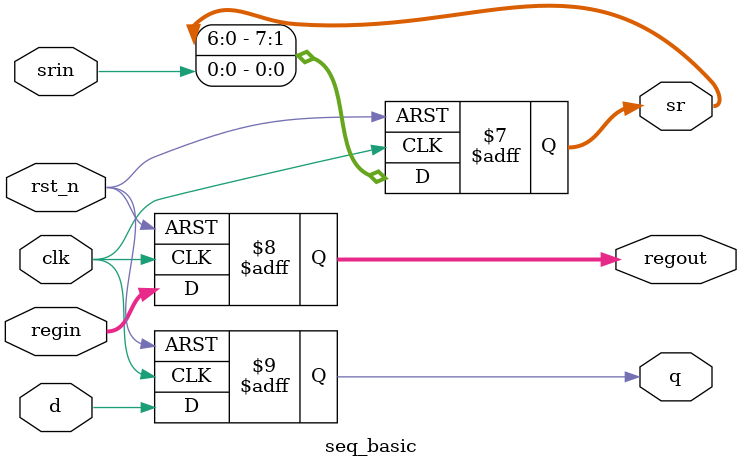
<source format=sv>

module seq_basic(
   input logic             rst_n,      // acitve low reset
   input logic             clk,        // clock for all FFs, rising edge

   input logic             d,          // input of the D-FF
   input logic  [7:0 ]     regin,      // input of the 8bit register
   input logic             srin,       // input of the shift register

   output logic            q,          // output of the D-FF
   output logic [7:0]      regout,     // Output of the 8bit register
   output logic [7:0]      sr          // shift register
);

// D-FF
   always_ff @ (negedge rst_n or posedge clk)
   begin
      //(1) Async reset -> what happens when rst_n == 1'b0?
      if(!rst_n)
      begin
         q <= 1'b0;
      end
      else
      begin
         q <= d;
      end
   end

// register
   always_ff @ (negedge rst_n or posedge clk)
   begin
      if(!rst_n)
      begin
         regout <= 'b0;
      end
      else
      begin
         regout <= regin;
      end
   end
// Shift Register
   always_ff @ (negedge rst_n or posedge clk)
   begin
      if(!rst_n)
      begin
         sr <= 'b0;
      end
      else
      begin // -> shift in srin at the position of the LSB
         sr <= {sr[6:0], srin};
      end
   end

endmodule
</source>
